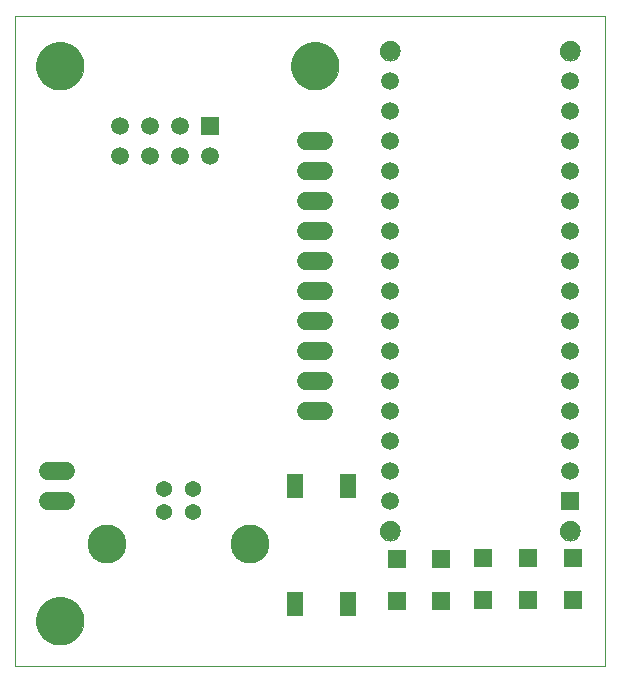
<source format=gts>
G75*
%MOIN*%
%OFA0B0*%
%FSLAX25Y25*%
%IPPOS*%
%LPD*%
%AMOC8*
5,1,8,0,0,1.08239X$1,22.5*
%
%ADD10C,0.00000*%
%ADD11C,0.15748*%
%ADD12C,0.06000*%
%ADD13R,0.05906X0.05906*%
%ADD14C,0.05906*%
%ADD15C,0.06500*%
%ADD16R,0.05512X0.08268*%
%ADD17C,0.05400*%
%ADD18C,0.13000*%
D10*
X0001425Y0001000D02*
X0001425Y0217535D01*
X0198276Y0217535D01*
X0198276Y0001000D01*
X0001425Y0001000D01*
X0008551Y0016000D02*
X0008553Y0016193D01*
X0008560Y0016386D01*
X0008572Y0016579D01*
X0008589Y0016772D01*
X0008610Y0016964D01*
X0008636Y0017155D01*
X0008667Y0017346D01*
X0008702Y0017536D01*
X0008742Y0017725D01*
X0008787Y0017913D01*
X0008836Y0018100D01*
X0008890Y0018286D01*
X0008948Y0018470D01*
X0009011Y0018653D01*
X0009079Y0018834D01*
X0009150Y0019013D01*
X0009227Y0019191D01*
X0009307Y0019367D01*
X0009392Y0019540D01*
X0009481Y0019712D01*
X0009574Y0019881D01*
X0009671Y0020048D01*
X0009773Y0020213D01*
X0009878Y0020375D01*
X0009987Y0020534D01*
X0010101Y0020691D01*
X0010218Y0020844D01*
X0010338Y0020995D01*
X0010463Y0021143D01*
X0010591Y0021288D01*
X0010722Y0021429D01*
X0010857Y0021568D01*
X0010996Y0021703D01*
X0011137Y0021834D01*
X0011282Y0021962D01*
X0011430Y0022087D01*
X0011581Y0022207D01*
X0011734Y0022324D01*
X0011891Y0022438D01*
X0012050Y0022547D01*
X0012212Y0022652D01*
X0012377Y0022754D01*
X0012544Y0022851D01*
X0012713Y0022944D01*
X0012885Y0023033D01*
X0013058Y0023118D01*
X0013234Y0023198D01*
X0013412Y0023275D01*
X0013591Y0023346D01*
X0013772Y0023414D01*
X0013955Y0023477D01*
X0014139Y0023535D01*
X0014325Y0023589D01*
X0014512Y0023638D01*
X0014700Y0023683D01*
X0014889Y0023723D01*
X0015079Y0023758D01*
X0015270Y0023789D01*
X0015461Y0023815D01*
X0015653Y0023836D01*
X0015846Y0023853D01*
X0016039Y0023865D01*
X0016232Y0023872D01*
X0016425Y0023874D01*
X0016618Y0023872D01*
X0016811Y0023865D01*
X0017004Y0023853D01*
X0017197Y0023836D01*
X0017389Y0023815D01*
X0017580Y0023789D01*
X0017771Y0023758D01*
X0017961Y0023723D01*
X0018150Y0023683D01*
X0018338Y0023638D01*
X0018525Y0023589D01*
X0018711Y0023535D01*
X0018895Y0023477D01*
X0019078Y0023414D01*
X0019259Y0023346D01*
X0019438Y0023275D01*
X0019616Y0023198D01*
X0019792Y0023118D01*
X0019965Y0023033D01*
X0020137Y0022944D01*
X0020306Y0022851D01*
X0020473Y0022754D01*
X0020638Y0022652D01*
X0020800Y0022547D01*
X0020959Y0022438D01*
X0021116Y0022324D01*
X0021269Y0022207D01*
X0021420Y0022087D01*
X0021568Y0021962D01*
X0021713Y0021834D01*
X0021854Y0021703D01*
X0021993Y0021568D01*
X0022128Y0021429D01*
X0022259Y0021288D01*
X0022387Y0021143D01*
X0022512Y0020995D01*
X0022632Y0020844D01*
X0022749Y0020691D01*
X0022863Y0020534D01*
X0022972Y0020375D01*
X0023077Y0020213D01*
X0023179Y0020048D01*
X0023276Y0019881D01*
X0023369Y0019712D01*
X0023458Y0019540D01*
X0023543Y0019367D01*
X0023623Y0019191D01*
X0023700Y0019013D01*
X0023771Y0018834D01*
X0023839Y0018653D01*
X0023902Y0018470D01*
X0023960Y0018286D01*
X0024014Y0018100D01*
X0024063Y0017913D01*
X0024108Y0017725D01*
X0024148Y0017536D01*
X0024183Y0017346D01*
X0024214Y0017155D01*
X0024240Y0016964D01*
X0024261Y0016772D01*
X0024278Y0016579D01*
X0024290Y0016386D01*
X0024297Y0016193D01*
X0024299Y0016000D01*
X0024297Y0015807D01*
X0024290Y0015614D01*
X0024278Y0015421D01*
X0024261Y0015228D01*
X0024240Y0015036D01*
X0024214Y0014845D01*
X0024183Y0014654D01*
X0024148Y0014464D01*
X0024108Y0014275D01*
X0024063Y0014087D01*
X0024014Y0013900D01*
X0023960Y0013714D01*
X0023902Y0013530D01*
X0023839Y0013347D01*
X0023771Y0013166D01*
X0023700Y0012987D01*
X0023623Y0012809D01*
X0023543Y0012633D01*
X0023458Y0012460D01*
X0023369Y0012288D01*
X0023276Y0012119D01*
X0023179Y0011952D01*
X0023077Y0011787D01*
X0022972Y0011625D01*
X0022863Y0011466D01*
X0022749Y0011309D01*
X0022632Y0011156D01*
X0022512Y0011005D01*
X0022387Y0010857D01*
X0022259Y0010712D01*
X0022128Y0010571D01*
X0021993Y0010432D01*
X0021854Y0010297D01*
X0021713Y0010166D01*
X0021568Y0010038D01*
X0021420Y0009913D01*
X0021269Y0009793D01*
X0021116Y0009676D01*
X0020959Y0009562D01*
X0020800Y0009453D01*
X0020638Y0009348D01*
X0020473Y0009246D01*
X0020306Y0009149D01*
X0020137Y0009056D01*
X0019965Y0008967D01*
X0019792Y0008882D01*
X0019616Y0008802D01*
X0019438Y0008725D01*
X0019259Y0008654D01*
X0019078Y0008586D01*
X0018895Y0008523D01*
X0018711Y0008465D01*
X0018525Y0008411D01*
X0018338Y0008362D01*
X0018150Y0008317D01*
X0017961Y0008277D01*
X0017771Y0008242D01*
X0017580Y0008211D01*
X0017389Y0008185D01*
X0017197Y0008164D01*
X0017004Y0008147D01*
X0016811Y0008135D01*
X0016618Y0008128D01*
X0016425Y0008126D01*
X0016232Y0008128D01*
X0016039Y0008135D01*
X0015846Y0008147D01*
X0015653Y0008164D01*
X0015461Y0008185D01*
X0015270Y0008211D01*
X0015079Y0008242D01*
X0014889Y0008277D01*
X0014700Y0008317D01*
X0014512Y0008362D01*
X0014325Y0008411D01*
X0014139Y0008465D01*
X0013955Y0008523D01*
X0013772Y0008586D01*
X0013591Y0008654D01*
X0013412Y0008725D01*
X0013234Y0008802D01*
X0013058Y0008882D01*
X0012885Y0008967D01*
X0012713Y0009056D01*
X0012544Y0009149D01*
X0012377Y0009246D01*
X0012212Y0009348D01*
X0012050Y0009453D01*
X0011891Y0009562D01*
X0011734Y0009676D01*
X0011581Y0009793D01*
X0011430Y0009913D01*
X0011282Y0010038D01*
X0011137Y0010166D01*
X0010996Y0010297D01*
X0010857Y0010432D01*
X0010722Y0010571D01*
X0010591Y0010712D01*
X0010463Y0010857D01*
X0010338Y0011005D01*
X0010218Y0011156D01*
X0010101Y0011309D01*
X0009987Y0011466D01*
X0009878Y0011625D01*
X0009773Y0011787D01*
X0009671Y0011952D01*
X0009574Y0012119D01*
X0009481Y0012288D01*
X0009392Y0012460D01*
X0009307Y0012633D01*
X0009227Y0012809D01*
X0009150Y0012987D01*
X0009079Y0013166D01*
X0009011Y0013347D01*
X0008948Y0013530D01*
X0008890Y0013714D01*
X0008836Y0013900D01*
X0008787Y0014087D01*
X0008742Y0014275D01*
X0008702Y0014464D01*
X0008667Y0014654D01*
X0008636Y0014845D01*
X0008610Y0015036D01*
X0008589Y0015228D01*
X0008572Y0015421D01*
X0008560Y0015614D01*
X0008553Y0015807D01*
X0008551Y0016000D01*
X0123175Y0046000D02*
X0123177Y0046113D01*
X0123183Y0046227D01*
X0123193Y0046340D01*
X0123207Y0046452D01*
X0123224Y0046564D01*
X0123246Y0046676D01*
X0123272Y0046786D01*
X0123301Y0046896D01*
X0123334Y0047004D01*
X0123371Y0047112D01*
X0123412Y0047217D01*
X0123456Y0047322D01*
X0123504Y0047425D01*
X0123555Y0047526D01*
X0123610Y0047625D01*
X0123669Y0047722D01*
X0123731Y0047817D01*
X0123796Y0047910D01*
X0123864Y0048001D01*
X0123935Y0048089D01*
X0124010Y0048175D01*
X0124087Y0048258D01*
X0124167Y0048338D01*
X0124250Y0048415D01*
X0124336Y0048490D01*
X0124424Y0048561D01*
X0124515Y0048629D01*
X0124608Y0048694D01*
X0124703Y0048756D01*
X0124800Y0048815D01*
X0124899Y0048870D01*
X0125000Y0048921D01*
X0125103Y0048969D01*
X0125208Y0049013D01*
X0125313Y0049054D01*
X0125421Y0049091D01*
X0125529Y0049124D01*
X0125639Y0049153D01*
X0125749Y0049179D01*
X0125861Y0049201D01*
X0125973Y0049218D01*
X0126085Y0049232D01*
X0126198Y0049242D01*
X0126312Y0049248D01*
X0126425Y0049250D01*
X0126538Y0049248D01*
X0126652Y0049242D01*
X0126765Y0049232D01*
X0126877Y0049218D01*
X0126989Y0049201D01*
X0127101Y0049179D01*
X0127211Y0049153D01*
X0127321Y0049124D01*
X0127429Y0049091D01*
X0127537Y0049054D01*
X0127642Y0049013D01*
X0127747Y0048969D01*
X0127850Y0048921D01*
X0127951Y0048870D01*
X0128050Y0048815D01*
X0128147Y0048756D01*
X0128242Y0048694D01*
X0128335Y0048629D01*
X0128426Y0048561D01*
X0128514Y0048490D01*
X0128600Y0048415D01*
X0128683Y0048338D01*
X0128763Y0048258D01*
X0128840Y0048175D01*
X0128915Y0048089D01*
X0128986Y0048001D01*
X0129054Y0047910D01*
X0129119Y0047817D01*
X0129181Y0047722D01*
X0129240Y0047625D01*
X0129295Y0047526D01*
X0129346Y0047425D01*
X0129394Y0047322D01*
X0129438Y0047217D01*
X0129479Y0047112D01*
X0129516Y0047004D01*
X0129549Y0046896D01*
X0129578Y0046786D01*
X0129604Y0046676D01*
X0129626Y0046564D01*
X0129643Y0046452D01*
X0129657Y0046340D01*
X0129667Y0046227D01*
X0129673Y0046113D01*
X0129675Y0046000D01*
X0129673Y0045887D01*
X0129667Y0045773D01*
X0129657Y0045660D01*
X0129643Y0045548D01*
X0129626Y0045436D01*
X0129604Y0045324D01*
X0129578Y0045214D01*
X0129549Y0045104D01*
X0129516Y0044996D01*
X0129479Y0044888D01*
X0129438Y0044783D01*
X0129394Y0044678D01*
X0129346Y0044575D01*
X0129295Y0044474D01*
X0129240Y0044375D01*
X0129181Y0044278D01*
X0129119Y0044183D01*
X0129054Y0044090D01*
X0128986Y0043999D01*
X0128915Y0043911D01*
X0128840Y0043825D01*
X0128763Y0043742D01*
X0128683Y0043662D01*
X0128600Y0043585D01*
X0128514Y0043510D01*
X0128426Y0043439D01*
X0128335Y0043371D01*
X0128242Y0043306D01*
X0128147Y0043244D01*
X0128050Y0043185D01*
X0127951Y0043130D01*
X0127850Y0043079D01*
X0127747Y0043031D01*
X0127642Y0042987D01*
X0127537Y0042946D01*
X0127429Y0042909D01*
X0127321Y0042876D01*
X0127211Y0042847D01*
X0127101Y0042821D01*
X0126989Y0042799D01*
X0126877Y0042782D01*
X0126765Y0042768D01*
X0126652Y0042758D01*
X0126538Y0042752D01*
X0126425Y0042750D01*
X0126312Y0042752D01*
X0126198Y0042758D01*
X0126085Y0042768D01*
X0125973Y0042782D01*
X0125861Y0042799D01*
X0125749Y0042821D01*
X0125639Y0042847D01*
X0125529Y0042876D01*
X0125421Y0042909D01*
X0125313Y0042946D01*
X0125208Y0042987D01*
X0125103Y0043031D01*
X0125000Y0043079D01*
X0124899Y0043130D01*
X0124800Y0043185D01*
X0124703Y0043244D01*
X0124608Y0043306D01*
X0124515Y0043371D01*
X0124424Y0043439D01*
X0124336Y0043510D01*
X0124250Y0043585D01*
X0124167Y0043662D01*
X0124087Y0043742D01*
X0124010Y0043825D01*
X0123935Y0043911D01*
X0123864Y0043999D01*
X0123796Y0044090D01*
X0123731Y0044183D01*
X0123669Y0044278D01*
X0123610Y0044375D01*
X0123555Y0044474D01*
X0123504Y0044575D01*
X0123456Y0044678D01*
X0123412Y0044783D01*
X0123371Y0044888D01*
X0123334Y0044996D01*
X0123301Y0045104D01*
X0123272Y0045214D01*
X0123246Y0045324D01*
X0123224Y0045436D01*
X0123207Y0045548D01*
X0123193Y0045660D01*
X0123183Y0045773D01*
X0123177Y0045887D01*
X0123175Y0046000D01*
X0183175Y0046000D02*
X0183177Y0046113D01*
X0183183Y0046227D01*
X0183193Y0046340D01*
X0183207Y0046452D01*
X0183224Y0046564D01*
X0183246Y0046676D01*
X0183272Y0046786D01*
X0183301Y0046896D01*
X0183334Y0047004D01*
X0183371Y0047112D01*
X0183412Y0047217D01*
X0183456Y0047322D01*
X0183504Y0047425D01*
X0183555Y0047526D01*
X0183610Y0047625D01*
X0183669Y0047722D01*
X0183731Y0047817D01*
X0183796Y0047910D01*
X0183864Y0048001D01*
X0183935Y0048089D01*
X0184010Y0048175D01*
X0184087Y0048258D01*
X0184167Y0048338D01*
X0184250Y0048415D01*
X0184336Y0048490D01*
X0184424Y0048561D01*
X0184515Y0048629D01*
X0184608Y0048694D01*
X0184703Y0048756D01*
X0184800Y0048815D01*
X0184899Y0048870D01*
X0185000Y0048921D01*
X0185103Y0048969D01*
X0185208Y0049013D01*
X0185313Y0049054D01*
X0185421Y0049091D01*
X0185529Y0049124D01*
X0185639Y0049153D01*
X0185749Y0049179D01*
X0185861Y0049201D01*
X0185973Y0049218D01*
X0186085Y0049232D01*
X0186198Y0049242D01*
X0186312Y0049248D01*
X0186425Y0049250D01*
X0186538Y0049248D01*
X0186652Y0049242D01*
X0186765Y0049232D01*
X0186877Y0049218D01*
X0186989Y0049201D01*
X0187101Y0049179D01*
X0187211Y0049153D01*
X0187321Y0049124D01*
X0187429Y0049091D01*
X0187537Y0049054D01*
X0187642Y0049013D01*
X0187747Y0048969D01*
X0187850Y0048921D01*
X0187951Y0048870D01*
X0188050Y0048815D01*
X0188147Y0048756D01*
X0188242Y0048694D01*
X0188335Y0048629D01*
X0188426Y0048561D01*
X0188514Y0048490D01*
X0188600Y0048415D01*
X0188683Y0048338D01*
X0188763Y0048258D01*
X0188840Y0048175D01*
X0188915Y0048089D01*
X0188986Y0048001D01*
X0189054Y0047910D01*
X0189119Y0047817D01*
X0189181Y0047722D01*
X0189240Y0047625D01*
X0189295Y0047526D01*
X0189346Y0047425D01*
X0189394Y0047322D01*
X0189438Y0047217D01*
X0189479Y0047112D01*
X0189516Y0047004D01*
X0189549Y0046896D01*
X0189578Y0046786D01*
X0189604Y0046676D01*
X0189626Y0046564D01*
X0189643Y0046452D01*
X0189657Y0046340D01*
X0189667Y0046227D01*
X0189673Y0046113D01*
X0189675Y0046000D01*
X0189673Y0045887D01*
X0189667Y0045773D01*
X0189657Y0045660D01*
X0189643Y0045548D01*
X0189626Y0045436D01*
X0189604Y0045324D01*
X0189578Y0045214D01*
X0189549Y0045104D01*
X0189516Y0044996D01*
X0189479Y0044888D01*
X0189438Y0044783D01*
X0189394Y0044678D01*
X0189346Y0044575D01*
X0189295Y0044474D01*
X0189240Y0044375D01*
X0189181Y0044278D01*
X0189119Y0044183D01*
X0189054Y0044090D01*
X0188986Y0043999D01*
X0188915Y0043911D01*
X0188840Y0043825D01*
X0188763Y0043742D01*
X0188683Y0043662D01*
X0188600Y0043585D01*
X0188514Y0043510D01*
X0188426Y0043439D01*
X0188335Y0043371D01*
X0188242Y0043306D01*
X0188147Y0043244D01*
X0188050Y0043185D01*
X0187951Y0043130D01*
X0187850Y0043079D01*
X0187747Y0043031D01*
X0187642Y0042987D01*
X0187537Y0042946D01*
X0187429Y0042909D01*
X0187321Y0042876D01*
X0187211Y0042847D01*
X0187101Y0042821D01*
X0186989Y0042799D01*
X0186877Y0042782D01*
X0186765Y0042768D01*
X0186652Y0042758D01*
X0186538Y0042752D01*
X0186425Y0042750D01*
X0186312Y0042752D01*
X0186198Y0042758D01*
X0186085Y0042768D01*
X0185973Y0042782D01*
X0185861Y0042799D01*
X0185749Y0042821D01*
X0185639Y0042847D01*
X0185529Y0042876D01*
X0185421Y0042909D01*
X0185313Y0042946D01*
X0185208Y0042987D01*
X0185103Y0043031D01*
X0185000Y0043079D01*
X0184899Y0043130D01*
X0184800Y0043185D01*
X0184703Y0043244D01*
X0184608Y0043306D01*
X0184515Y0043371D01*
X0184424Y0043439D01*
X0184336Y0043510D01*
X0184250Y0043585D01*
X0184167Y0043662D01*
X0184087Y0043742D01*
X0184010Y0043825D01*
X0183935Y0043911D01*
X0183864Y0043999D01*
X0183796Y0044090D01*
X0183731Y0044183D01*
X0183669Y0044278D01*
X0183610Y0044375D01*
X0183555Y0044474D01*
X0183504Y0044575D01*
X0183456Y0044678D01*
X0183412Y0044783D01*
X0183371Y0044888D01*
X0183334Y0044996D01*
X0183301Y0045104D01*
X0183272Y0045214D01*
X0183246Y0045324D01*
X0183224Y0045436D01*
X0183207Y0045548D01*
X0183193Y0045660D01*
X0183183Y0045773D01*
X0183177Y0045887D01*
X0183175Y0046000D01*
X0093551Y0201000D02*
X0093553Y0201193D01*
X0093560Y0201386D01*
X0093572Y0201579D01*
X0093589Y0201772D01*
X0093610Y0201964D01*
X0093636Y0202155D01*
X0093667Y0202346D01*
X0093702Y0202536D01*
X0093742Y0202725D01*
X0093787Y0202913D01*
X0093836Y0203100D01*
X0093890Y0203286D01*
X0093948Y0203470D01*
X0094011Y0203653D01*
X0094079Y0203834D01*
X0094150Y0204013D01*
X0094227Y0204191D01*
X0094307Y0204367D01*
X0094392Y0204540D01*
X0094481Y0204712D01*
X0094574Y0204881D01*
X0094671Y0205048D01*
X0094773Y0205213D01*
X0094878Y0205375D01*
X0094987Y0205534D01*
X0095101Y0205691D01*
X0095218Y0205844D01*
X0095338Y0205995D01*
X0095463Y0206143D01*
X0095591Y0206288D01*
X0095722Y0206429D01*
X0095857Y0206568D01*
X0095996Y0206703D01*
X0096137Y0206834D01*
X0096282Y0206962D01*
X0096430Y0207087D01*
X0096581Y0207207D01*
X0096734Y0207324D01*
X0096891Y0207438D01*
X0097050Y0207547D01*
X0097212Y0207652D01*
X0097377Y0207754D01*
X0097544Y0207851D01*
X0097713Y0207944D01*
X0097885Y0208033D01*
X0098058Y0208118D01*
X0098234Y0208198D01*
X0098412Y0208275D01*
X0098591Y0208346D01*
X0098772Y0208414D01*
X0098955Y0208477D01*
X0099139Y0208535D01*
X0099325Y0208589D01*
X0099512Y0208638D01*
X0099700Y0208683D01*
X0099889Y0208723D01*
X0100079Y0208758D01*
X0100270Y0208789D01*
X0100461Y0208815D01*
X0100653Y0208836D01*
X0100846Y0208853D01*
X0101039Y0208865D01*
X0101232Y0208872D01*
X0101425Y0208874D01*
X0101618Y0208872D01*
X0101811Y0208865D01*
X0102004Y0208853D01*
X0102197Y0208836D01*
X0102389Y0208815D01*
X0102580Y0208789D01*
X0102771Y0208758D01*
X0102961Y0208723D01*
X0103150Y0208683D01*
X0103338Y0208638D01*
X0103525Y0208589D01*
X0103711Y0208535D01*
X0103895Y0208477D01*
X0104078Y0208414D01*
X0104259Y0208346D01*
X0104438Y0208275D01*
X0104616Y0208198D01*
X0104792Y0208118D01*
X0104965Y0208033D01*
X0105137Y0207944D01*
X0105306Y0207851D01*
X0105473Y0207754D01*
X0105638Y0207652D01*
X0105800Y0207547D01*
X0105959Y0207438D01*
X0106116Y0207324D01*
X0106269Y0207207D01*
X0106420Y0207087D01*
X0106568Y0206962D01*
X0106713Y0206834D01*
X0106854Y0206703D01*
X0106993Y0206568D01*
X0107128Y0206429D01*
X0107259Y0206288D01*
X0107387Y0206143D01*
X0107512Y0205995D01*
X0107632Y0205844D01*
X0107749Y0205691D01*
X0107863Y0205534D01*
X0107972Y0205375D01*
X0108077Y0205213D01*
X0108179Y0205048D01*
X0108276Y0204881D01*
X0108369Y0204712D01*
X0108458Y0204540D01*
X0108543Y0204367D01*
X0108623Y0204191D01*
X0108700Y0204013D01*
X0108771Y0203834D01*
X0108839Y0203653D01*
X0108902Y0203470D01*
X0108960Y0203286D01*
X0109014Y0203100D01*
X0109063Y0202913D01*
X0109108Y0202725D01*
X0109148Y0202536D01*
X0109183Y0202346D01*
X0109214Y0202155D01*
X0109240Y0201964D01*
X0109261Y0201772D01*
X0109278Y0201579D01*
X0109290Y0201386D01*
X0109297Y0201193D01*
X0109299Y0201000D01*
X0109297Y0200807D01*
X0109290Y0200614D01*
X0109278Y0200421D01*
X0109261Y0200228D01*
X0109240Y0200036D01*
X0109214Y0199845D01*
X0109183Y0199654D01*
X0109148Y0199464D01*
X0109108Y0199275D01*
X0109063Y0199087D01*
X0109014Y0198900D01*
X0108960Y0198714D01*
X0108902Y0198530D01*
X0108839Y0198347D01*
X0108771Y0198166D01*
X0108700Y0197987D01*
X0108623Y0197809D01*
X0108543Y0197633D01*
X0108458Y0197460D01*
X0108369Y0197288D01*
X0108276Y0197119D01*
X0108179Y0196952D01*
X0108077Y0196787D01*
X0107972Y0196625D01*
X0107863Y0196466D01*
X0107749Y0196309D01*
X0107632Y0196156D01*
X0107512Y0196005D01*
X0107387Y0195857D01*
X0107259Y0195712D01*
X0107128Y0195571D01*
X0106993Y0195432D01*
X0106854Y0195297D01*
X0106713Y0195166D01*
X0106568Y0195038D01*
X0106420Y0194913D01*
X0106269Y0194793D01*
X0106116Y0194676D01*
X0105959Y0194562D01*
X0105800Y0194453D01*
X0105638Y0194348D01*
X0105473Y0194246D01*
X0105306Y0194149D01*
X0105137Y0194056D01*
X0104965Y0193967D01*
X0104792Y0193882D01*
X0104616Y0193802D01*
X0104438Y0193725D01*
X0104259Y0193654D01*
X0104078Y0193586D01*
X0103895Y0193523D01*
X0103711Y0193465D01*
X0103525Y0193411D01*
X0103338Y0193362D01*
X0103150Y0193317D01*
X0102961Y0193277D01*
X0102771Y0193242D01*
X0102580Y0193211D01*
X0102389Y0193185D01*
X0102197Y0193164D01*
X0102004Y0193147D01*
X0101811Y0193135D01*
X0101618Y0193128D01*
X0101425Y0193126D01*
X0101232Y0193128D01*
X0101039Y0193135D01*
X0100846Y0193147D01*
X0100653Y0193164D01*
X0100461Y0193185D01*
X0100270Y0193211D01*
X0100079Y0193242D01*
X0099889Y0193277D01*
X0099700Y0193317D01*
X0099512Y0193362D01*
X0099325Y0193411D01*
X0099139Y0193465D01*
X0098955Y0193523D01*
X0098772Y0193586D01*
X0098591Y0193654D01*
X0098412Y0193725D01*
X0098234Y0193802D01*
X0098058Y0193882D01*
X0097885Y0193967D01*
X0097713Y0194056D01*
X0097544Y0194149D01*
X0097377Y0194246D01*
X0097212Y0194348D01*
X0097050Y0194453D01*
X0096891Y0194562D01*
X0096734Y0194676D01*
X0096581Y0194793D01*
X0096430Y0194913D01*
X0096282Y0195038D01*
X0096137Y0195166D01*
X0095996Y0195297D01*
X0095857Y0195432D01*
X0095722Y0195571D01*
X0095591Y0195712D01*
X0095463Y0195857D01*
X0095338Y0196005D01*
X0095218Y0196156D01*
X0095101Y0196309D01*
X0094987Y0196466D01*
X0094878Y0196625D01*
X0094773Y0196787D01*
X0094671Y0196952D01*
X0094574Y0197119D01*
X0094481Y0197288D01*
X0094392Y0197460D01*
X0094307Y0197633D01*
X0094227Y0197809D01*
X0094150Y0197987D01*
X0094079Y0198166D01*
X0094011Y0198347D01*
X0093948Y0198530D01*
X0093890Y0198714D01*
X0093836Y0198900D01*
X0093787Y0199087D01*
X0093742Y0199275D01*
X0093702Y0199464D01*
X0093667Y0199654D01*
X0093636Y0199845D01*
X0093610Y0200036D01*
X0093589Y0200228D01*
X0093572Y0200421D01*
X0093560Y0200614D01*
X0093553Y0200807D01*
X0093551Y0201000D01*
X0123175Y0206000D02*
X0123177Y0206113D01*
X0123183Y0206227D01*
X0123193Y0206340D01*
X0123207Y0206452D01*
X0123224Y0206564D01*
X0123246Y0206676D01*
X0123272Y0206786D01*
X0123301Y0206896D01*
X0123334Y0207004D01*
X0123371Y0207112D01*
X0123412Y0207217D01*
X0123456Y0207322D01*
X0123504Y0207425D01*
X0123555Y0207526D01*
X0123610Y0207625D01*
X0123669Y0207722D01*
X0123731Y0207817D01*
X0123796Y0207910D01*
X0123864Y0208001D01*
X0123935Y0208089D01*
X0124010Y0208175D01*
X0124087Y0208258D01*
X0124167Y0208338D01*
X0124250Y0208415D01*
X0124336Y0208490D01*
X0124424Y0208561D01*
X0124515Y0208629D01*
X0124608Y0208694D01*
X0124703Y0208756D01*
X0124800Y0208815D01*
X0124899Y0208870D01*
X0125000Y0208921D01*
X0125103Y0208969D01*
X0125208Y0209013D01*
X0125313Y0209054D01*
X0125421Y0209091D01*
X0125529Y0209124D01*
X0125639Y0209153D01*
X0125749Y0209179D01*
X0125861Y0209201D01*
X0125973Y0209218D01*
X0126085Y0209232D01*
X0126198Y0209242D01*
X0126312Y0209248D01*
X0126425Y0209250D01*
X0126538Y0209248D01*
X0126652Y0209242D01*
X0126765Y0209232D01*
X0126877Y0209218D01*
X0126989Y0209201D01*
X0127101Y0209179D01*
X0127211Y0209153D01*
X0127321Y0209124D01*
X0127429Y0209091D01*
X0127537Y0209054D01*
X0127642Y0209013D01*
X0127747Y0208969D01*
X0127850Y0208921D01*
X0127951Y0208870D01*
X0128050Y0208815D01*
X0128147Y0208756D01*
X0128242Y0208694D01*
X0128335Y0208629D01*
X0128426Y0208561D01*
X0128514Y0208490D01*
X0128600Y0208415D01*
X0128683Y0208338D01*
X0128763Y0208258D01*
X0128840Y0208175D01*
X0128915Y0208089D01*
X0128986Y0208001D01*
X0129054Y0207910D01*
X0129119Y0207817D01*
X0129181Y0207722D01*
X0129240Y0207625D01*
X0129295Y0207526D01*
X0129346Y0207425D01*
X0129394Y0207322D01*
X0129438Y0207217D01*
X0129479Y0207112D01*
X0129516Y0207004D01*
X0129549Y0206896D01*
X0129578Y0206786D01*
X0129604Y0206676D01*
X0129626Y0206564D01*
X0129643Y0206452D01*
X0129657Y0206340D01*
X0129667Y0206227D01*
X0129673Y0206113D01*
X0129675Y0206000D01*
X0129673Y0205887D01*
X0129667Y0205773D01*
X0129657Y0205660D01*
X0129643Y0205548D01*
X0129626Y0205436D01*
X0129604Y0205324D01*
X0129578Y0205214D01*
X0129549Y0205104D01*
X0129516Y0204996D01*
X0129479Y0204888D01*
X0129438Y0204783D01*
X0129394Y0204678D01*
X0129346Y0204575D01*
X0129295Y0204474D01*
X0129240Y0204375D01*
X0129181Y0204278D01*
X0129119Y0204183D01*
X0129054Y0204090D01*
X0128986Y0203999D01*
X0128915Y0203911D01*
X0128840Y0203825D01*
X0128763Y0203742D01*
X0128683Y0203662D01*
X0128600Y0203585D01*
X0128514Y0203510D01*
X0128426Y0203439D01*
X0128335Y0203371D01*
X0128242Y0203306D01*
X0128147Y0203244D01*
X0128050Y0203185D01*
X0127951Y0203130D01*
X0127850Y0203079D01*
X0127747Y0203031D01*
X0127642Y0202987D01*
X0127537Y0202946D01*
X0127429Y0202909D01*
X0127321Y0202876D01*
X0127211Y0202847D01*
X0127101Y0202821D01*
X0126989Y0202799D01*
X0126877Y0202782D01*
X0126765Y0202768D01*
X0126652Y0202758D01*
X0126538Y0202752D01*
X0126425Y0202750D01*
X0126312Y0202752D01*
X0126198Y0202758D01*
X0126085Y0202768D01*
X0125973Y0202782D01*
X0125861Y0202799D01*
X0125749Y0202821D01*
X0125639Y0202847D01*
X0125529Y0202876D01*
X0125421Y0202909D01*
X0125313Y0202946D01*
X0125208Y0202987D01*
X0125103Y0203031D01*
X0125000Y0203079D01*
X0124899Y0203130D01*
X0124800Y0203185D01*
X0124703Y0203244D01*
X0124608Y0203306D01*
X0124515Y0203371D01*
X0124424Y0203439D01*
X0124336Y0203510D01*
X0124250Y0203585D01*
X0124167Y0203662D01*
X0124087Y0203742D01*
X0124010Y0203825D01*
X0123935Y0203911D01*
X0123864Y0203999D01*
X0123796Y0204090D01*
X0123731Y0204183D01*
X0123669Y0204278D01*
X0123610Y0204375D01*
X0123555Y0204474D01*
X0123504Y0204575D01*
X0123456Y0204678D01*
X0123412Y0204783D01*
X0123371Y0204888D01*
X0123334Y0204996D01*
X0123301Y0205104D01*
X0123272Y0205214D01*
X0123246Y0205324D01*
X0123224Y0205436D01*
X0123207Y0205548D01*
X0123193Y0205660D01*
X0123183Y0205773D01*
X0123177Y0205887D01*
X0123175Y0206000D01*
X0183175Y0206000D02*
X0183177Y0206113D01*
X0183183Y0206227D01*
X0183193Y0206340D01*
X0183207Y0206452D01*
X0183224Y0206564D01*
X0183246Y0206676D01*
X0183272Y0206786D01*
X0183301Y0206896D01*
X0183334Y0207004D01*
X0183371Y0207112D01*
X0183412Y0207217D01*
X0183456Y0207322D01*
X0183504Y0207425D01*
X0183555Y0207526D01*
X0183610Y0207625D01*
X0183669Y0207722D01*
X0183731Y0207817D01*
X0183796Y0207910D01*
X0183864Y0208001D01*
X0183935Y0208089D01*
X0184010Y0208175D01*
X0184087Y0208258D01*
X0184167Y0208338D01*
X0184250Y0208415D01*
X0184336Y0208490D01*
X0184424Y0208561D01*
X0184515Y0208629D01*
X0184608Y0208694D01*
X0184703Y0208756D01*
X0184800Y0208815D01*
X0184899Y0208870D01*
X0185000Y0208921D01*
X0185103Y0208969D01*
X0185208Y0209013D01*
X0185313Y0209054D01*
X0185421Y0209091D01*
X0185529Y0209124D01*
X0185639Y0209153D01*
X0185749Y0209179D01*
X0185861Y0209201D01*
X0185973Y0209218D01*
X0186085Y0209232D01*
X0186198Y0209242D01*
X0186312Y0209248D01*
X0186425Y0209250D01*
X0186538Y0209248D01*
X0186652Y0209242D01*
X0186765Y0209232D01*
X0186877Y0209218D01*
X0186989Y0209201D01*
X0187101Y0209179D01*
X0187211Y0209153D01*
X0187321Y0209124D01*
X0187429Y0209091D01*
X0187537Y0209054D01*
X0187642Y0209013D01*
X0187747Y0208969D01*
X0187850Y0208921D01*
X0187951Y0208870D01*
X0188050Y0208815D01*
X0188147Y0208756D01*
X0188242Y0208694D01*
X0188335Y0208629D01*
X0188426Y0208561D01*
X0188514Y0208490D01*
X0188600Y0208415D01*
X0188683Y0208338D01*
X0188763Y0208258D01*
X0188840Y0208175D01*
X0188915Y0208089D01*
X0188986Y0208001D01*
X0189054Y0207910D01*
X0189119Y0207817D01*
X0189181Y0207722D01*
X0189240Y0207625D01*
X0189295Y0207526D01*
X0189346Y0207425D01*
X0189394Y0207322D01*
X0189438Y0207217D01*
X0189479Y0207112D01*
X0189516Y0207004D01*
X0189549Y0206896D01*
X0189578Y0206786D01*
X0189604Y0206676D01*
X0189626Y0206564D01*
X0189643Y0206452D01*
X0189657Y0206340D01*
X0189667Y0206227D01*
X0189673Y0206113D01*
X0189675Y0206000D01*
X0189673Y0205887D01*
X0189667Y0205773D01*
X0189657Y0205660D01*
X0189643Y0205548D01*
X0189626Y0205436D01*
X0189604Y0205324D01*
X0189578Y0205214D01*
X0189549Y0205104D01*
X0189516Y0204996D01*
X0189479Y0204888D01*
X0189438Y0204783D01*
X0189394Y0204678D01*
X0189346Y0204575D01*
X0189295Y0204474D01*
X0189240Y0204375D01*
X0189181Y0204278D01*
X0189119Y0204183D01*
X0189054Y0204090D01*
X0188986Y0203999D01*
X0188915Y0203911D01*
X0188840Y0203825D01*
X0188763Y0203742D01*
X0188683Y0203662D01*
X0188600Y0203585D01*
X0188514Y0203510D01*
X0188426Y0203439D01*
X0188335Y0203371D01*
X0188242Y0203306D01*
X0188147Y0203244D01*
X0188050Y0203185D01*
X0187951Y0203130D01*
X0187850Y0203079D01*
X0187747Y0203031D01*
X0187642Y0202987D01*
X0187537Y0202946D01*
X0187429Y0202909D01*
X0187321Y0202876D01*
X0187211Y0202847D01*
X0187101Y0202821D01*
X0186989Y0202799D01*
X0186877Y0202782D01*
X0186765Y0202768D01*
X0186652Y0202758D01*
X0186538Y0202752D01*
X0186425Y0202750D01*
X0186312Y0202752D01*
X0186198Y0202758D01*
X0186085Y0202768D01*
X0185973Y0202782D01*
X0185861Y0202799D01*
X0185749Y0202821D01*
X0185639Y0202847D01*
X0185529Y0202876D01*
X0185421Y0202909D01*
X0185313Y0202946D01*
X0185208Y0202987D01*
X0185103Y0203031D01*
X0185000Y0203079D01*
X0184899Y0203130D01*
X0184800Y0203185D01*
X0184703Y0203244D01*
X0184608Y0203306D01*
X0184515Y0203371D01*
X0184424Y0203439D01*
X0184336Y0203510D01*
X0184250Y0203585D01*
X0184167Y0203662D01*
X0184087Y0203742D01*
X0184010Y0203825D01*
X0183935Y0203911D01*
X0183864Y0203999D01*
X0183796Y0204090D01*
X0183731Y0204183D01*
X0183669Y0204278D01*
X0183610Y0204375D01*
X0183555Y0204474D01*
X0183504Y0204575D01*
X0183456Y0204678D01*
X0183412Y0204783D01*
X0183371Y0204888D01*
X0183334Y0204996D01*
X0183301Y0205104D01*
X0183272Y0205214D01*
X0183246Y0205324D01*
X0183224Y0205436D01*
X0183207Y0205548D01*
X0183193Y0205660D01*
X0183183Y0205773D01*
X0183177Y0205887D01*
X0183175Y0206000D01*
X0008551Y0201000D02*
X0008553Y0201193D01*
X0008560Y0201386D01*
X0008572Y0201579D01*
X0008589Y0201772D01*
X0008610Y0201964D01*
X0008636Y0202155D01*
X0008667Y0202346D01*
X0008702Y0202536D01*
X0008742Y0202725D01*
X0008787Y0202913D01*
X0008836Y0203100D01*
X0008890Y0203286D01*
X0008948Y0203470D01*
X0009011Y0203653D01*
X0009079Y0203834D01*
X0009150Y0204013D01*
X0009227Y0204191D01*
X0009307Y0204367D01*
X0009392Y0204540D01*
X0009481Y0204712D01*
X0009574Y0204881D01*
X0009671Y0205048D01*
X0009773Y0205213D01*
X0009878Y0205375D01*
X0009987Y0205534D01*
X0010101Y0205691D01*
X0010218Y0205844D01*
X0010338Y0205995D01*
X0010463Y0206143D01*
X0010591Y0206288D01*
X0010722Y0206429D01*
X0010857Y0206568D01*
X0010996Y0206703D01*
X0011137Y0206834D01*
X0011282Y0206962D01*
X0011430Y0207087D01*
X0011581Y0207207D01*
X0011734Y0207324D01*
X0011891Y0207438D01*
X0012050Y0207547D01*
X0012212Y0207652D01*
X0012377Y0207754D01*
X0012544Y0207851D01*
X0012713Y0207944D01*
X0012885Y0208033D01*
X0013058Y0208118D01*
X0013234Y0208198D01*
X0013412Y0208275D01*
X0013591Y0208346D01*
X0013772Y0208414D01*
X0013955Y0208477D01*
X0014139Y0208535D01*
X0014325Y0208589D01*
X0014512Y0208638D01*
X0014700Y0208683D01*
X0014889Y0208723D01*
X0015079Y0208758D01*
X0015270Y0208789D01*
X0015461Y0208815D01*
X0015653Y0208836D01*
X0015846Y0208853D01*
X0016039Y0208865D01*
X0016232Y0208872D01*
X0016425Y0208874D01*
X0016618Y0208872D01*
X0016811Y0208865D01*
X0017004Y0208853D01*
X0017197Y0208836D01*
X0017389Y0208815D01*
X0017580Y0208789D01*
X0017771Y0208758D01*
X0017961Y0208723D01*
X0018150Y0208683D01*
X0018338Y0208638D01*
X0018525Y0208589D01*
X0018711Y0208535D01*
X0018895Y0208477D01*
X0019078Y0208414D01*
X0019259Y0208346D01*
X0019438Y0208275D01*
X0019616Y0208198D01*
X0019792Y0208118D01*
X0019965Y0208033D01*
X0020137Y0207944D01*
X0020306Y0207851D01*
X0020473Y0207754D01*
X0020638Y0207652D01*
X0020800Y0207547D01*
X0020959Y0207438D01*
X0021116Y0207324D01*
X0021269Y0207207D01*
X0021420Y0207087D01*
X0021568Y0206962D01*
X0021713Y0206834D01*
X0021854Y0206703D01*
X0021993Y0206568D01*
X0022128Y0206429D01*
X0022259Y0206288D01*
X0022387Y0206143D01*
X0022512Y0205995D01*
X0022632Y0205844D01*
X0022749Y0205691D01*
X0022863Y0205534D01*
X0022972Y0205375D01*
X0023077Y0205213D01*
X0023179Y0205048D01*
X0023276Y0204881D01*
X0023369Y0204712D01*
X0023458Y0204540D01*
X0023543Y0204367D01*
X0023623Y0204191D01*
X0023700Y0204013D01*
X0023771Y0203834D01*
X0023839Y0203653D01*
X0023902Y0203470D01*
X0023960Y0203286D01*
X0024014Y0203100D01*
X0024063Y0202913D01*
X0024108Y0202725D01*
X0024148Y0202536D01*
X0024183Y0202346D01*
X0024214Y0202155D01*
X0024240Y0201964D01*
X0024261Y0201772D01*
X0024278Y0201579D01*
X0024290Y0201386D01*
X0024297Y0201193D01*
X0024299Y0201000D01*
X0024297Y0200807D01*
X0024290Y0200614D01*
X0024278Y0200421D01*
X0024261Y0200228D01*
X0024240Y0200036D01*
X0024214Y0199845D01*
X0024183Y0199654D01*
X0024148Y0199464D01*
X0024108Y0199275D01*
X0024063Y0199087D01*
X0024014Y0198900D01*
X0023960Y0198714D01*
X0023902Y0198530D01*
X0023839Y0198347D01*
X0023771Y0198166D01*
X0023700Y0197987D01*
X0023623Y0197809D01*
X0023543Y0197633D01*
X0023458Y0197460D01*
X0023369Y0197288D01*
X0023276Y0197119D01*
X0023179Y0196952D01*
X0023077Y0196787D01*
X0022972Y0196625D01*
X0022863Y0196466D01*
X0022749Y0196309D01*
X0022632Y0196156D01*
X0022512Y0196005D01*
X0022387Y0195857D01*
X0022259Y0195712D01*
X0022128Y0195571D01*
X0021993Y0195432D01*
X0021854Y0195297D01*
X0021713Y0195166D01*
X0021568Y0195038D01*
X0021420Y0194913D01*
X0021269Y0194793D01*
X0021116Y0194676D01*
X0020959Y0194562D01*
X0020800Y0194453D01*
X0020638Y0194348D01*
X0020473Y0194246D01*
X0020306Y0194149D01*
X0020137Y0194056D01*
X0019965Y0193967D01*
X0019792Y0193882D01*
X0019616Y0193802D01*
X0019438Y0193725D01*
X0019259Y0193654D01*
X0019078Y0193586D01*
X0018895Y0193523D01*
X0018711Y0193465D01*
X0018525Y0193411D01*
X0018338Y0193362D01*
X0018150Y0193317D01*
X0017961Y0193277D01*
X0017771Y0193242D01*
X0017580Y0193211D01*
X0017389Y0193185D01*
X0017197Y0193164D01*
X0017004Y0193147D01*
X0016811Y0193135D01*
X0016618Y0193128D01*
X0016425Y0193126D01*
X0016232Y0193128D01*
X0016039Y0193135D01*
X0015846Y0193147D01*
X0015653Y0193164D01*
X0015461Y0193185D01*
X0015270Y0193211D01*
X0015079Y0193242D01*
X0014889Y0193277D01*
X0014700Y0193317D01*
X0014512Y0193362D01*
X0014325Y0193411D01*
X0014139Y0193465D01*
X0013955Y0193523D01*
X0013772Y0193586D01*
X0013591Y0193654D01*
X0013412Y0193725D01*
X0013234Y0193802D01*
X0013058Y0193882D01*
X0012885Y0193967D01*
X0012713Y0194056D01*
X0012544Y0194149D01*
X0012377Y0194246D01*
X0012212Y0194348D01*
X0012050Y0194453D01*
X0011891Y0194562D01*
X0011734Y0194676D01*
X0011581Y0194793D01*
X0011430Y0194913D01*
X0011282Y0195038D01*
X0011137Y0195166D01*
X0010996Y0195297D01*
X0010857Y0195432D01*
X0010722Y0195571D01*
X0010591Y0195712D01*
X0010463Y0195857D01*
X0010338Y0196005D01*
X0010218Y0196156D01*
X0010101Y0196309D01*
X0009987Y0196466D01*
X0009878Y0196625D01*
X0009773Y0196787D01*
X0009671Y0196952D01*
X0009574Y0197119D01*
X0009481Y0197288D01*
X0009392Y0197460D01*
X0009307Y0197633D01*
X0009227Y0197809D01*
X0009150Y0197987D01*
X0009079Y0198166D01*
X0009011Y0198347D01*
X0008948Y0198530D01*
X0008890Y0198714D01*
X0008836Y0198900D01*
X0008787Y0199087D01*
X0008742Y0199275D01*
X0008702Y0199464D01*
X0008667Y0199654D01*
X0008636Y0199845D01*
X0008610Y0200036D01*
X0008589Y0200228D01*
X0008572Y0200421D01*
X0008560Y0200614D01*
X0008553Y0200807D01*
X0008551Y0201000D01*
D11*
X0016425Y0201000D03*
X0101425Y0201000D03*
X0016425Y0016000D03*
D12*
X0018500Y0055921D02*
X0012500Y0055921D01*
X0012500Y0065921D02*
X0018500Y0065921D01*
X0098425Y0086000D02*
X0104425Y0086000D01*
X0104425Y0096000D02*
X0098425Y0096000D01*
X0098425Y0106000D02*
X0104425Y0106000D01*
X0104425Y0116000D02*
X0098425Y0116000D01*
X0098425Y0126000D02*
X0104425Y0126000D01*
X0104425Y0136000D02*
X0098425Y0136000D01*
X0098425Y0146000D02*
X0104425Y0146000D01*
X0104425Y0156000D02*
X0098425Y0156000D01*
X0098425Y0166000D02*
X0104425Y0166000D01*
X0104425Y0176000D02*
X0098425Y0176000D01*
D13*
X0066425Y0181000D03*
X0186425Y0056000D03*
X0187449Y0036827D03*
X0187449Y0023047D03*
X0172449Y0023047D03*
X0172449Y0036827D03*
X0157449Y0036827D03*
X0157449Y0023047D03*
X0143394Y0022693D03*
X0143394Y0036472D03*
X0128866Y0036472D03*
X0128866Y0022693D03*
D14*
X0126425Y0056000D03*
X0126425Y0066000D03*
X0126425Y0076000D03*
X0126425Y0086000D03*
X0126425Y0096000D03*
X0126425Y0106000D03*
X0126425Y0116000D03*
X0126425Y0126000D03*
X0126425Y0136000D03*
X0126425Y0146000D03*
X0126425Y0156000D03*
X0126425Y0166000D03*
X0126425Y0176000D03*
X0126425Y0186000D03*
X0126425Y0196000D03*
X0066425Y0171000D03*
X0056425Y0171000D03*
X0056425Y0181000D03*
X0046425Y0181000D03*
X0046425Y0171000D03*
X0036425Y0171000D03*
X0036425Y0181000D03*
X0186425Y0176000D03*
X0186425Y0166000D03*
X0186425Y0156000D03*
X0186425Y0146000D03*
X0186425Y0136000D03*
X0186425Y0126000D03*
X0186425Y0116000D03*
X0186425Y0106000D03*
X0186425Y0096000D03*
X0186425Y0086000D03*
X0186425Y0076000D03*
X0186425Y0066000D03*
X0186425Y0186000D03*
X0186425Y0196000D03*
D15*
X0186425Y0206000D03*
X0126425Y0206000D03*
X0126425Y0046000D03*
X0186425Y0046000D03*
D16*
X0112488Y0061020D03*
X0094772Y0061020D03*
X0094772Y0021650D03*
X0112488Y0021650D03*
D17*
X0060913Y0052260D03*
X0060913Y0060060D03*
X0051071Y0060060D03*
X0051071Y0052260D03*
D18*
X0032292Y0041560D03*
X0079692Y0041560D03*
M02*

</source>
